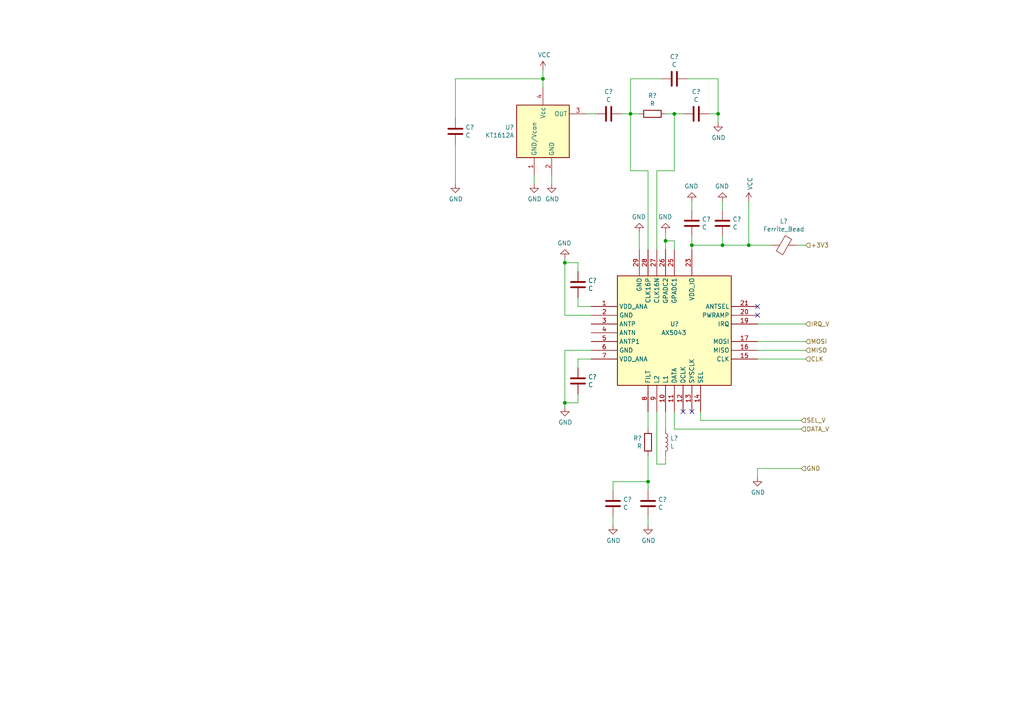
<source format=kicad_sch>
(kicad_sch (version 20230121) (generator eeschema)
  (paper "A4")
  (lib_symbols
    (symbol "RCTX-rescue:AX5043-AX5043"
      (property "Reference" "U" (at 0 -2.54 0))
      (property "Value" "AX5043_AX5043" (at 0 1.27 0))
      (symbol "AX5043-AX5043_1_0"
        (rectangle (start -16.51 -15.24) (end 16.51 16.51) (stroke (width 0.254)) (fill (type background)))
      )
      (symbol "AX5043-AX5043_1_1"
        (pin power_out line (at -24.13 7.62 0) (length 7.62) (name "VDD_ANA") (number "1"))
        (pin passive line (at -2.54 -22.86 90) (length 7.62) (name "L1") (number "10"))
        (pin bidirectional line (at 0 -22.86 90) (length 7.62) (name "DATA") (number "11"))
        (pin bidirectional line (at 2.54 -22.86 90) (length 7.62) (name "DCLK") (number "12"))
        (pin bidirectional line (at 5.08 -22.86 90) (length 7.62) (name "SYSCLK") (number "13"))
        (pin input line (at 7.62 -22.86 90) (length 7.62) (name "SEL") (number "14"))
        (pin input line (at 24.13 -7.62 180) (length 7.62) (name "CLK") (number "15"))
        (pin output line (at 24.13 -5.08 180) (length 7.62) (name "MISO") (number "16"))
        (pin input line (at 24.13 -2.54 180) (length 7.62) (name "MOSI") (number "17"))
        (pin no_connect line (at 24.13 0 180) (length 7.62) hide (name "NC") (number "18"))
        (pin bidirectional line (at 24.13 2.54 180) (length 7.62) (name "IRQ") (number "19"))
        (pin power_in line (at -24.13 5.08 0) (length 7.62) (name "GND") (number "2"))
        (pin bidirectional line (at 24.13 5.08 180) (length 7.62) (name "PWRAMP") (number "20"))
        (pin bidirectional line (at 24.13 7.62 180) (length 7.62) (name "ANTSEL") (number "21"))
        (pin no_connect line (at 7.62 24.13 270) (length 7.62) hide (name "NC") (number "22"))
        (pin power_in line (at 5.08 24.13 270) (length 7.62) (name "VDD_IO") (number "23"))
        (pin no_connect line (at 2.54 24.13 270) (length 7.62) hide (name "NC") (number "24"))
        (pin input line (at 0 24.13 270) (length 7.62) (name "GPADC1") (number "25"))
        (pin input line (at -2.54 24.13 270) (length 7.62) (name "GPADC2") (number "26"))
        (pin input line (at -5.08 24.13 270) (length 7.62) (name "CLK16N") (number "27"))
        (pin input line (at -7.62 24.13 270) (length 7.62) (name "CLK16P") (number "28"))
        (pin power_in line (at -10.16 24.13 270) (length 7.62) (name "GND") (number "29"))
        (pin input line (at -24.13 2.54 0) (length 7.62) (name "ANTP") (number "3"))
        (pin input line (at -24.13 0 0) (length 7.62) (name "ANTN") (number "4"))
        (pin input line (at -24.13 -2.54 0) (length 7.62) (name "ANTP1") (number "5"))
        (pin power_in line (at -24.13 -5.08 0) (length 7.62) (name "GND") (number "6"))
        (pin power_out line (at -24.13 -7.62 0) (length 7.62) (name "VDD_ANA") (number "7"))
        (pin input line (at -7.62 -22.86 90) (length 7.62) (name "FILT") (number "8"))
        (pin passive line (at -5.08 -22.86 90) (length 7.62) (name "L2") (number "9"))
      )
    )
    (symbol "RCTX-rescue:C-device" (pin_numbers hide) (pin_names (offset 0.254))
      (property "Reference" "C" (at 0.635 2.54 0))
      (property "Value" "device_C" (at 0.635 -2.54 0))
      (symbol "C-device_0_1"
        (polyline (pts (xy -2.032 -0.762) (xy 2.032 -0.762)) (stroke (width 0.508)))
        (polyline (pts (xy -2.032 0.762) (xy 2.032 0.762)) (stroke (width 0.508)))
      )
      (symbol "C-device_1_1"
        (pin passive line (at 0 3.81 270) (length 2.794) (name "~") (number "1"))
        (pin passive line (at 0 -3.81 90) (length 2.794) (name "~") (number "2"))
      )
    )
    (symbol "RCTX-rescue:Ferrite_Bead-device" (pin_numbers hide) (pin_names (offset 0))
      (property "Reference" "L" (at -3.81 0.635 90))
      (property "Value" "device_Ferrite_Bead" (at 3.81 0 90))
      (symbol "Ferrite_Bead-device_0_1"
        (polyline (pts (xy 0 -1.27) (xy 0 -1.2192)))
        (polyline (pts (xy 0 1.27) (xy 0 1.2954)))
        (polyline (pts (xy -2.7686 0.4064) (xy -1.7018 2.2606) (xy 2.7686 -0.3048) (xy 1.6764 -2.159) (xy -2.7686 0.4064)))
      )
      (symbol "Ferrite_Bead-device_1_1"
        (pin passive line (at 0 3.81 270) (length 2.54) (name "~") (number "1"))
        (pin passive line (at 0 -3.81 90) (length 2.54) (name "~") (number "2"))
      )
    )
    (symbol "RCTX-rescue:GND-power" (power) (pin_names (offset 0))
      (property "Value" "GND-power" (at 0 -3.81 0))
      (symbol "GND-power_0_1"
        (polyline (pts (xy 0 0) (xy 0 -1.27) (xy 1.27 -1.27) (xy 0 -2.54) (xy -1.27 -1.27) (xy 0 -1.27)))
      )
      (symbol "GND-power_1_1"
        (pin power_in line (at 0 0 270) (length 0) hide (name "GND") (number "1"))
      )
    )
    (symbol "RCTX-rescue:KT1612A-KT1612a"
      (property "Reference" "U" (at 6.35 8.89 0))
      (property "Value" "KT1612a_KT1612A" (at -7.62 8.89 0))
      (symbol "KT1612A-KT1612a_0_1"
        (rectangle (start -7.62 7.62) (end 7.62 -7.62) (stroke (width 0.254)) (fill (type background)))
      )
      (symbol "KT1612A-KT1612a_1_1"
        (pin power_in line (at -2.54 -12.7 90) (length 5.08) (name "GND/Vcon") (number "1"))
        (pin power_in line (at 2.54 -12.7 90) (length 5.08) (name "GND") (number "2"))
        (pin output line (at 12.7 5.08 180) (length 5.08) (name "OUT") (number "3"))
        (pin power_in line (at 0 12.7 270) (length 5.08) (name "Vcc") (number "4"))
      )
    )
    (symbol "RCTX-rescue:L-device" (pin_numbers hide) (pin_names (offset 1.016) hide)
      (property "Reference" "L" (at -1.27 0 90))
      (property "Value" "device_L" (at 1.905 0 90))
      (symbol "L-device_0_1"
        (arc (start 0 -2.54) (mid 0.6323 -1.905) (end 0 -1.27))
        (arc (start 0 -1.27) (mid 0.6323 -0.635) (end 0 0))
        (arc (start 0 0) (mid 0.6323 0.635) (end 0 1.27))
        (arc (start 0 1.27) (mid 0.6323 1.905) (end 0 2.54))
      )
      (symbol "L-device_1_1"
        (pin passive line (at 0 3.81 270) (length 1.27) (name "1") (number "1"))
        (pin passive line (at 0 -3.81 90) (length 1.27) (name "2") (number "2"))
      )
    )
    (symbol "RCTX-rescue:R-device" (pin_numbers hide) (pin_names (offset 0))
      (property "Reference" "R" (at 2.032 0 90))
      (property "Value" "device_R" (at 0 0 90))
      (symbol "R-device_0_1"
        (rectangle (start -1.016 -2.54) (end 1.016 2.54) (stroke (width 0.254)))
      )
      (symbol "R-device_1_1"
        (pin passive line (at 0 3.81 270) (length 1.27) (name "~") (number "1"))
        (pin passive line (at 0 -3.81 90) (length 1.27) (name "~") (number "2"))
      )
    )
    (symbol "RCTX-rescue:VCC-power" (power) (pin_names (offset 0))
      (property "Value" "VCC-power" (at 0 3.81 0))
      (symbol "VCC-power_0_1"
        (polyline (pts (xy -0.762 1.27) (xy 0 2.54)))
        (polyline (pts (xy 0 0) (xy 0 2.54)))
        (polyline (pts (xy 0 2.54) (xy 0.762 1.27)))
      )
      (symbol "VCC-power_1_1"
        (pin power_in line (at 0 0 90) (length 0) hide (name "VCC") (number "1"))
      )
    )
  )
  (junction (at 163.83 116.84))
  (junction (at 200.66 71.12))
  (junction (at 208.28 33.02))
  (junction (at 157.48 22.86))
  (junction (at 182.88 33.02))
  (junction (at 193.04 69.85))
  (junction (at 187.96 139.7))
  (junction (at 217.17 71.12))
  (junction (at 163.83 76.2))
  (junction (at 195.58 33.02))
  (junction (at 209.55 71.12))
  (no_connect (at 198.12 119.38))
  (no_connect (at 200.66 119.38))
  (no_connect (at 219.71 88.9))
  (no_connect (at 219.71 91.44))
  (wire (pts (xy 187.96 119.38) (xy 187.96 124.46)))
  (wire (pts (xy 187.96 132.08) (xy 187.96 139.7)))
  (wire (pts (xy 205.74 33.02) (xy 208.28 33.02)))
  (wire (pts (xy 232.41 124.46) (xy 195.58 124.46)))
  (wire (pts (xy 193.04 119.38) (xy 193.04 124.46)))
  (wire (pts (xy 208.28 33.02) (xy 208.28 35.56)))
  (wire (pts (xy 193.04 72.39) (xy 193.04 69.85)))
  (wire (pts (xy 187.96 139.7) (xy 187.96 142.24)))
  (wire (pts (xy 182.88 33.02) (xy 182.88 22.86)))
  (wire (pts (xy 193.04 69.85) (xy 193.04 67.31)))
  (wire (pts (xy 233.68 104.14) (xy 219.71 104.14)))
  (wire (pts (xy 187.96 149.86) (xy 187.96 152.4)))
  (wire (pts (xy 187.96 49.53) (xy 187.96 72.39)))
  (wire (pts (xy 171.45 104.14) (xy 167.64 104.14)))
  (wire (pts (xy 195.58 72.39) (xy 195.58 69.85)))
  (wire (pts (xy 171.45 101.6) (xy 163.83 101.6)))
  (wire (pts (xy 167.64 114.3) (xy 167.64 116.84)))
  (wire (pts (xy 195.58 124.46) (xy 195.58 119.38)))
  (wire (pts (xy 157.48 22.86) (xy 157.48 25.4)))
  (wire (pts (xy 182.88 22.86) (xy 191.77 22.86)))
  (wire (pts (xy 167.64 76.2) (xy 163.83 76.2)))
  (wire (pts (xy 157.48 22.86) (xy 132.08 22.86)))
  (wire (pts (xy 233.68 99.06) (xy 219.71 99.06)))
  (wire (pts (xy 203.2 121.92) (xy 203.2 119.38)))
  (wire (pts (xy 171.45 91.44) (xy 163.83 91.44)))
  (wire (pts (xy 163.83 76.2) (xy 163.83 74.93)))
  (wire (pts (xy 167.64 116.84) (xy 163.83 116.84)))
  (wire (pts (xy 193.04 33.02) (xy 195.58 33.02)))
  (wire (pts (xy 217.17 58.42) (xy 217.17 71.12)))
  (wire (pts (xy 177.8 149.86) (xy 177.8 152.4)))
  (wire (pts (xy 182.88 33.02) (xy 182.88 49.53)))
  (wire (pts (xy 157.48 20.32) (xy 157.48 22.86)))
  (wire (pts (xy 154.94 50.8) (xy 154.94 53.34)))
  (wire (pts (xy 167.64 104.14) (xy 167.64 106.68)))
  (wire (pts (xy 209.55 71.12) (xy 217.17 71.12)))
  (wire (pts (xy 163.83 101.6) (xy 163.83 116.84)))
  (wire (pts (xy 200.66 71.12) (xy 209.55 71.12)))
  (wire (pts (xy 195.58 33.02) (xy 198.12 33.02)))
  (wire (pts (xy 163.83 91.44) (xy 163.83 76.2)))
  (wire (pts (xy 190.5 49.53) (xy 190.5 72.39)))
  (wire (pts (xy 182.88 33.02) (xy 185.42 33.02)))
  (wire (pts (xy 200.66 71.12) (xy 200.66 72.39)))
  (wire (pts (xy 170.18 33.02) (xy 172.72 33.02)))
  (wire (pts (xy 132.08 22.86) (xy 132.08 34.29)))
  (wire (pts (xy 190.5 134.62) (xy 190.5 119.38)))
  (wire (pts (xy 209.55 71.12) (xy 209.55 68.58)))
  (wire (pts (xy 195.58 69.85) (xy 193.04 69.85)))
  (wire (pts (xy 185.42 72.39) (xy 185.42 67.31)))
  (wire (pts (xy 233.68 93.98) (xy 219.71 93.98)))
  (wire (pts (xy 232.41 121.92) (xy 203.2 121.92)))
  (wire (pts (xy 232.41 135.89) (xy 219.71 135.89)))
  (wire (pts (xy 180.34 33.02) (xy 182.88 33.02)))
  (wire (pts (xy 163.83 116.84) (xy 163.83 118.11)))
  (wire (pts (xy 219.71 135.89) (xy 219.71 138.43)))
  (wire (pts (xy 195.58 49.53) (xy 190.5 49.53)))
  (wire (pts (xy 233.68 101.6) (xy 219.71 101.6)))
  (wire (pts (xy 208.28 22.86) (xy 208.28 33.02)))
  (wire (pts (xy 193.04 132.08) (xy 193.04 134.62)))
  (wire (pts (xy 182.88 49.53) (xy 187.96 49.53)))
  (wire (pts (xy 177.8 139.7) (xy 177.8 142.24)))
  (wire (pts (xy 217.17 71.12) (xy 223.52 71.12)))
  (wire (pts (xy 167.64 78.74) (xy 167.64 76.2)))
  (wire (pts (xy 200.66 68.58) (xy 200.66 71.12)))
  (wire (pts (xy 209.55 60.96) (xy 209.55 58.42)))
  (wire (pts (xy 233.68 71.12) (xy 231.14 71.12)))
  (wire (pts (xy 199.39 22.86) (xy 208.28 22.86)))
  (wire (pts (xy 171.45 88.9) (xy 167.64 88.9)))
  (wire (pts (xy 200.66 60.96) (xy 200.66 58.42)))
  (wire (pts (xy 160.02 50.8) (xy 160.02 53.34)))
  (wire (pts (xy 132.08 41.91) (xy 132.08 53.34)))
  (wire (pts (xy 187.96 139.7) (xy 177.8 139.7)))
  (wire (pts (xy 193.04 134.62) (xy 190.5 134.62)))
  (wire (pts (xy 167.64 88.9) (xy 167.64 86.36)))
  (wire (pts (xy 195.58 33.02) (xy 195.58 49.53)))
  (hierarchical_label "SEL_V" (shape input) (at 232.41 121.92 0))
  (hierarchical_label "DATA_V" (shape input) (at 232.41 124.46 0))
  (hierarchical_label "MOSI" (shape input) (at 233.68 99.06 0))
  (hierarchical_label "GND" (shape input) (at 232.41 135.89 0))
  (hierarchical_label "MISO" (shape input) (at 233.68 101.6 0))
  (hierarchical_label "+3V3" (shape input) (at 233.68 71.12 0))
  (hierarchical_label "CLK" (shape input) (at 233.68 104.14 0))
  (hierarchical_label "IRQ_V" (shape input) (at 233.68 93.98 0))
  (symbol (lib_id "RCTX-rescue:AX5043-AX5043") (at 195.58 96.52 0) (unit 1)
    (property "Reference" "U?" (at 194.31 93.98 0) (effects (justify left)))
    (property "Value" "AX5043" (at 191.77 96.52 0) (effects (justify left)))
    (property "Footprint" "Housings_DFN_QFN:QFN-28-1EP_5x5mm_Pitch0.5mm" (effects hide))
  )
  (symbol (lib_id "RCTX-rescue:C-device") (at 200.66 64.77 0) (unit 1)
    (property "Reference" "C?" (at 203.581 63.6016 0) (effects (justify left)))
    (property "Value" "C" (at 203.581 65.913 0) (effects (justify left)))
  )
  (symbol (lib_id "RCTX-rescue:L-device") (at 193.04 128.27 0) (unit 1)
    (property "Reference" "L?" (at 194.3862 127.1016 0) (effects (justify left)))
    (property "Value" "L" (at 194.3862 129.413 0) (effects (justify left)))
  )
  (symbol (lib_id "RCTX-rescue:C-device") (at 167.64 82.55 0) (unit 1)
    (property "Reference" "C?" (at 170.561 81.3816 0) (effects (justify left)))
    (property "Value" "C" (at 170.561 83.693 0) (effects (justify left)))
  )
  (symbol (lib_id "RCTX-rescue:C-device") (at 167.64 110.49 0) (unit 1)
    (property "Reference" "C?" (at 170.561 109.3216 0) (effects (justify left)))
    (property "Value" "C" (at 170.561 111.633 0) (effects (justify left)))
  )
  (symbol (lib_id "RCTX-rescue:GND-power") (at 163.83 118.11 0) (unit 1)
    (property "Reference" "#PWR?" (effects hide))
    (property "Value" "GND" (at 163.957 122.5042 0))
  )
  (symbol (lib_id "RCTX-rescue:GND-power") (at 163.83 74.93 180) (unit 1)
    (property "Reference" "#PWR?" (effects hide))
    (property "Value" "GND" (at 163.703 70.5358 0))
  )
  (symbol (lib_id "RCTX-rescue:GND-power") (at 185.42 67.31 180) (unit 1)
    (property "Reference" "#PWR?" (effects hide))
    (property "Value" "GND" (at 185.293 62.9158 0))
  )
  (symbol (lib_id "RCTX-rescue:GND-power") (at 219.71 138.43 0) (unit 1)
    (property "Reference" "#PWR?" (effects hide))
    (property "Value" "GND" (at 219.837 142.8242 0))
  )
  (symbol (lib_id "RCTX-rescue:GND-power") (at 193.04 67.31 180) (unit 1)
    (property "Reference" "#PWR?" (effects hide))
    (property "Value" "GND" (at 192.913 62.9158 0))
  )
  (symbol (lib_id "RCTX-rescue:Ferrite_Bead-device") (at 227.33 71.12 270) (unit 1)
    (property "Reference" "L?" (at 227.33 64.1604 90))
    (property "Value" "Ferrite_Bead" (at 227.33 66.4718 90))
  )
  (symbol (lib_id "RCTX-rescue:VCC-power") (at 217.17 58.42 0) (unit 1)
    (property "Reference" "#PWR?" (effects hide))
    (property "Value" "VCC" (at 217.551 55.1942 90) (effects (justify left)))
  )
  (symbol (lib_id "RCTX-rescue:KT1612A-KT1612a") (at 157.48 38.1 0) (unit 1)
    (property "Reference" "U?" (at 149.1234 36.9316 0) (effects (justify right)))
    (property "Value" "KT1612A" (at 149.1234 39.243 0) (effects (justify right)))
    (property "Footprint" "lsf-kicad-lib:KT1612" (effects hide))
  )
  (symbol (lib_id "RCTX-rescue:GND-power") (at 154.94 53.34 0) (unit 1)
    (property "Reference" "#PWR?" (effects hide))
    (property "Value" "GND" (at 155.067 57.7342 0))
  )
  (symbol (lib_id "RCTX-rescue:GND-power") (at 160.02 53.34 0) (unit 1)
    (property "Reference" "#PWR?" (effects hide))
    (property "Value" "GND" (at 160.147 57.7342 0))
  )
  (symbol (lib_id "RCTX-rescue:C-device") (at 176.53 33.02 90) (unit 1)
    (property "Reference" "C?" (at 176.53 26.6192 90))
    (property "Value" "C" (at 176.53 28.9306 90))
  )
  (symbol (lib_id "RCTX-rescue:C-device") (at 132.08 38.1 0) (unit 1)
    (property "Reference" "C?" (at 135.001 36.9316 0) (effects (justify left)))
    (property "Value" "C" (at 135.001 39.243 0) (effects (justify left)))
  )
  (symbol (lib_id "RCTX-rescue:R-device") (at 189.23 33.02 90) (unit 1)
    (property "Reference" "R?" (at 189.23 27.7622 90))
    (property "Value" "R" (at 189.23 30.0736 90))
  )
  (symbol (lib_id "RCTX-rescue:GND-power") (at 208.28 35.56 0) (unit 1)
    (property "Reference" "#PWR?" (effects hide))
    (property "Value" "GND" (at 208.407 39.9542 0))
  )
  (symbol (lib_id "RCTX-rescue:GND-power") (at 132.08 53.34 0) (unit 1)
    (property "Reference" "#PWR?" (effects hide))
    (property "Value" "GND" (at 132.207 57.7342 0))
  )
  (symbol (lib_id "RCTX-rescue:VCC-power") (at 157.48 20.32 0) (unit 1)
    (property "Reference" "#PWR?" (effects hide))
    (property "Value" "VCC" (at 157.861 15.9258 0))
  )
  (symbol (lib_id "RCTX-rescue:C-device") (at 201.93 33.02 90) (unit 1)
    (property "Reference" "C?" (at 201.93 26.6192 90))
    (property "Value" "C" (at 201.93 28.9306 90))
  )
  (symbol (lib_id "RCTX-rescue:C-device") (at 195.58 22.86 90) (unit 1)
    (property "Reference" "C?" (at 195.58 16.4592 90))
    (property "Value" "C" (at 195.58 18.7706 90))
  )
  (symbol (lib_id "RCTX-rescue:C-device") (at 209.55 64.77 0) (unit 1)
    (property "Reference" "C?" (at 212.471 63.6016 0) (effects (justify left)))
    (property "Value" "C" (at 212.471 65.913 0) (effects (justify left)))
  )
  (symbol (lib_id "RCTX-rescue:GND-power") (at 200.66 58.42 180) (unit 1)
    (property "Reference" "#PWR?" (effects hide))
    (property "Value" "GND" (at 200.533 54.0258 0))
  )
  (symbol (lib_id "RCTX-rescue:GND-power") (at 209.55 58.42 180) (unit 1)
    (property "Reference" "#PWR?" (effects hide))
    (property "Value" "GND" (at 209.423 54.0258 0))
  )
  (symbol (lib_id "RCTX-rescue:R-device") (at 187.96 128.27 0) (mirror x) (unit 1)
    (property "Reference" "R?" (at 186.2074 127.1016 0) (effects (justify right)))
    (property "Value" "R" (at 186.2074 129.413 0) (effects (justify right)))
  )
  (symbol (lib_id "RCTX-rescue:C-device") (at 187.96 146.05 0) (unit 1)
    (property "Reference" "C?" (at 190.881 144.8816 0) (effects (justify left)))
    (property "Value" "C" (at 190.881 147.193 0) (effects (justify left)))
  )
  (symbol (lib_id "RCTX-rescue:C-device") (at 177.8 146.05 0) (unit 1)
    (property "Reference" "C?" (at 180.721 144.8816 0) (effects (justify left)))
    (property "Value" "C" (at 180.721 147.193 0) (effects (justify left)))
  )
  (symbol (lib_id "RCTX-rescue:GND-power") (at 187.96 152.4 0) (unit 1)
    (property "Reference" "#PWR?" (effects hide))
    (property "Value" "GND" (at 188.087 156.7942 0))
  )
  (symbol (lib_id "RCTX-rescue:GND-power") (at 177.8 152.4 0) (unit 1)
    (property "Reference" "#PWR?" (effects hide))
    (property "Value" "GND" (at 177.927 156.7942 0))
  )
)
</source>
